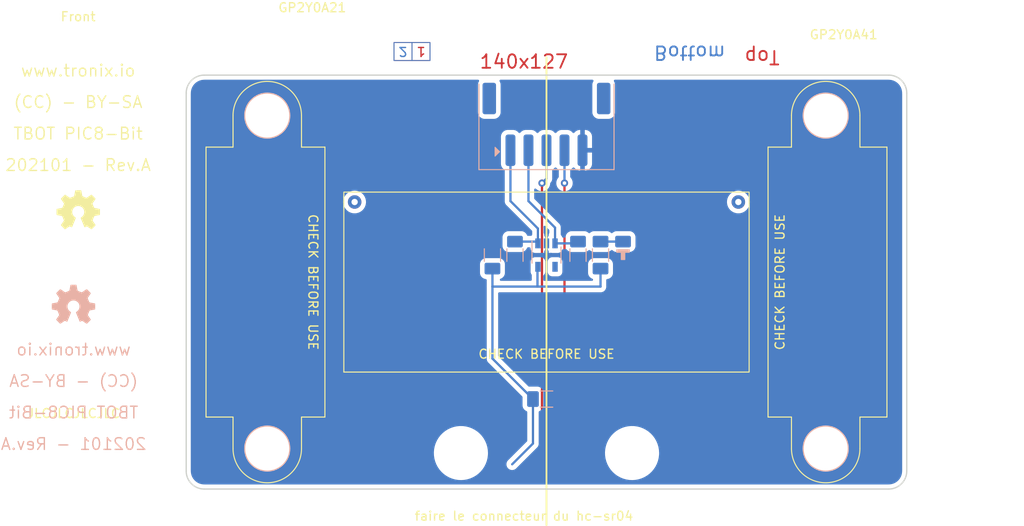
<source format=kicad_pcb>
(kicad_pcb (version 20210126) (generator pcbnew)
  (title_block (title "TBOT - Charger - 2x18650") (date "01/2021") (rev "A"))
  (layers (0 "F.Cu" signal) (31 "B.Cu" signal) (34 "B.Paste" user) (35 "F.Paste" user) (36 "B.SilkS" user "B.Silkscreen") (37 "F.SilkS" user "F.Silkscreen") (38 "B.Mask" user) (39 "F.Mask" user) (44 "Edge.Cuts" user))
  (net 0 "")
  (net 1 "GND")
  (net 2 "VCC")
  (net 3 "+5V")
  (net 4 "TRIGGER")
  (net 5 "ECHO")
  (net 6 "ENABLE")
  (net 7 "Net-(LED1-Pad2)")
  (footprint "tronixALL:M3-MASK" (layer "F.Cu") (at 149.5 146)
    (fp_text reference "H2" hide)
    (fp_text value "MOUNTING-HOLE-MASK-3MM" hide)
    (pad "" np_thru_hole circle (at 0 0) (size 3 3) (drill 3) (layers F&B.Cu *.Mask) (clearance 1.5))
  )
  (footprint "tronixALL:OSHW-5MM" (layer "F.Cu") (at 88 119)
    (fp_text reference "G***" hide)
    (fp_text value "LOGO" hide)
    (fp_poly (pts (xy 0.112503 -2.205305) (xy 0.188585 -2.204991) (xy 0.245175 -2.204139) (xy 0.285349 -2.202485) (xy 0.312183 -2.19976) (xy 0.328754 -2.195697) (xy 0.338137 -2.190029) (xy 0.343407 -2.182489) (xy 0.346067 -2.176502) (xy 0.351819 -2.155872) (xy 0.361219 -2.114019) (xy 0.373445 -2.054971) (xy 0.387673 -1.982754) (xy 0.403082 -1.901397) (xy 0.410766 -1.859685) (xy 0.426304 -1.776128) (xy 0.440921 -1.700487) (xy 0.453831 -1.636607) (xy 0.464245 -1.58833) (xy 0.471376 -1.559501) (xy 0.473495 -1.553524) (xy 0.487624 -1.543829) (xy 0.520987 -1.52669) (xy 0.568967 -1.504087) (xy 0.626948 -1.477998) (xy 0.690314 -1.450405) (xy 0.754449 -1.423285) (xy 0.814737 -1.398618) (xy 0.866561 -1.378383) (xy 0.905305 -1.36456) (xy 0.926354 -1.359128) (xy 0.92691 -1.359112) (xy 0.941518 -1.366107) (xy 0.97411 -1.385773) (xy 1.021624 -1.416127) (xy 1.080997 -1.455189) (xy 1.149167 -1.500978) (xy 1.204337 -1.538617) (xy 1.276991 -1.58813) (xy 1.343025 -1.632413) (xy 1.399403 -1.669487) (xy 1.443088 -1.697374) (xy 1.471043 -1.714097) (xy 1.47988 -1.718122) (xy 1.493641 -1.709282) (xy 1.521915 -1.684807) (xy 1.561669 -1.647768) (xy 1.609873 -1.601234) (xy 1.663495 -1.548276) (xy 1.719505 -1.491962) (xy 1.774871 -1.435363) (xy 1.826562 -1.381549) (xy 1.871548 -1.33359) (xy 1.906797 -1.294555) (xy 1.929278 -1.267514) (xy 1.936093 -1.256075) (xy 1.930212 -1.239792) (xy 1.912193 -1.207543) (xy 1.881475 -1.158462) (xy 1.837495 -1.091686) (xy 1.779689 -1.00635) (xy 1.707495 -0.901591) (xy 1.671879 -0.850344) (xy 1.638824 -0.80126) (xy 1.612148 -0.758563) (xy 1.594893 -0.727324) (xy 1.589904 -0.713655) (xy 1.594754 -0.697334) (xy 1.608013 -0.662128) (xy 1.62775 -0.612617) (xy 1.652031 -0.55338) (xy 1.678922 -0.488996) (xy 1.706491 -0.424047) (xy 1.732803 -0.363111) (xy 1.755927 -0.310768) (xy 1.773928 -0.271598) (xy 1.784874 -0.25018) (xy 1.786526 -0.247868) (xy 1.800495 -0.243726) (xy 1.836105 -0.235699) (xy 1.889773 -0.224522) (xy 1.957915 -0.210929) (xy 2.036948 -0.195656) (xy 2.090365 -0.185568) (xy 2.175183 -0.169544) (xy 2.252099 -0.15474) (xy 2.317349 -0.141901) (xy 2.367173 -0.131773) (xy 2.397809 -0.125104) (xy 2.405431 -0.123066) (xy 2.411063 -0.116814) (xy 2.415426 -0.101095) (xy 2.418668 -0.073197) (xy 2.420933 -0.030409) (xy 2.422366 0.02998) (xy 2.423114 0.110684) (xy 2.423321 0.210293) (xy 2.423202 0.310587) (xy 2.422711 0.388201) (xy 2.421649 0.446096) (xy 2.419816 0.487237) (xy 2.417013 0.514584) (xy 2.41304 0.531101) (xy 2.407697 0.53975) (xy 2.400883 0.543466) (xy 2.378661 0.548625) (xy 2.338314 0.556746) (xy 2.286985 0.566415) (xy 2.263049 0.570744) (xy 2.127407 0.595376) (xy 2.016332 0.616479) (xy 1.929018 0.634225) (xy 1.864656 0.64879) (xy 1.82244 0.660347) (xy 1.801562 0.66907) (xy 1.79987 0.670496) (xy 1.791465 0.686078) (xy 1.775685 0.720992) (xy 1.754362 0.770707) (xy 1.729327 0.830694) (xy 1.702414 0.896422) (xy 1.675454 0.96336) (xy 1.650281 1.026979) (xy 1.628726 1.082748) (xy 1.612622 1.126137) (xy 1.603801 1.152615) (xy 1.602692 1.157988) (xy 1.610028 1.172767) (xy 1.63143 1.207108) (xy 1.666036 1.259722) (xy 1.712983 1.329322) (xy 1.771408 1.414621) (xy 1.840447 1.51433) (xy 1.867654 1.553391) (xy 1.897811 1.599113) (xy 1.921185 1.639288) (xy 1.934376 1.667841) (xy 1.936093 1.675677) (xy 1.927103 1.692014) (xy 1.901418 1.723855) (xy 1.860965 1.769075) (xy 1.807672 1.82555) (xy 1.743466 1.891154) (xy 1.71296 1.921664) (xy 1.643302 1.990709) (xy 1.589314 2.043494) (xy 1.548612 2.081971) (xy 1.518813 2.108091) (xy 1.497532 2.123805) (xy 1.482386 2.131066) (xy 1.470991 2.131825) (xy 1.460964 2.128033) (xy 1.460917 2.128008) (xy 1.441892 2.116253) (xy 1.405419 2.09234) (xy 1.355138 2.058707) (xy 1.294686 2.017792) (xy 1.227702 1.972033) (xy 1.210483 1.960205) (xy 1.143557 1.914694) (xy 1.083189 1.874607) (xy 1.032748 1.842104) (xy 0.995605 1.819344) (xy 0.975129 1.808488) (xy 0.972784 1.807875) (xy 0.955044 1.813477) (xy 0.920428 1.82855) (xy 0.874685 1.850498) (xy 0.843591 1.866246) (xy 0.794692 1.890329) (xy 0.754091 1.908142) (xy 0.727189 1.917434) (xy 0.719661 1.917874) (xy 0.71184 1.904564) (xy 0.695873 1.87093) (xy 0.673276 1.820398) (xy 0.645566 1.756397) (xy 0.614262 1.682354) (xy 0.595951 1.638326) (xy 0.555205 1.539832) (xy 0.509885 1.430374) (xy 0.463588 1.318629) (xy 0.419909 1.213275) (xy 0.382617 1.123407) (xy 0.352192 1.049365) (xy 0.325466 0.982847) (xy 0.303922 0.927668) (xy 0.289044 0.887646) (xy 0.282318 0.866596) (xy 0.28208 0.86489) (xy 0.291868 0.850064) (xy 0.317767 0.825757) (xy 0.354572 0.796754) (xy 0.362216 0.791216) (xy 0.47362 0.699405) (xy 0.560778 0.600114) (xy 0.624272 0.492284) (xy 0.664684 0.374854) (xy 0.682594 0.246763) (xy 0.683668 0.205149) (xy 0.672966 0.079705) (xy 0.639876 -0.035509) (xy 0.583362 -0.143051) (xy 0.502387 -0.245478) (xy 0.500128 -0.247901) (xy 0.404266 -0.332655) (xy 0.297367 -0.395917) (xy 0.182586 -0.437559) (xy 0.063074 -0.45745) (xy -0.058015 -0.455461) (xy -0.177529 -0.431461) (xy -0.292317 -0.38532) (xy -0.399224 -0.316909) (xy -0.435557 -0.286461) (xy -0.524789 -0.19034) (xy -0.590858 -0.083248) (xy -0.63358 0.034398) (xy -0.65277 0.162186) (xy -0.653912 0.203806) (xy -0.64477 0.331905) (xy -0.616397 0.446756) (xy -0.567372 0.551025) (xy -0.496276 0.647379) (xy -0.401689 0.738486) (xy -0.345898 0.782346) (xy -0.305473 0.814275) (xy -0.274554 0.84243) (xy -0.257973 0.862253) (xy -0.256436 0.866724) (xy -0.261189 0.882472) (xy -0.274692 0.919019) (xy -0.295811 0.973504) (xy -0.323413 1.043065) (xy -0.356365 1.124837) (xy -0.393532 1.21596) (xy -0.424781 1.291835) (xy -0.466473 1.392714) (xy -0.506757 1.490316) (xy -0.54414 1.581016) (xy -0.57713 1.661187) (xy -0.604234 1.727202) (xy -0.623959 1.775436) (xy -0.631922 1.795053) (xy -0.656173 1.85428) (xy -0.675445 1.89208) (xy -0.695005 1.910535) (xy -0.720119 1.911726) (xy -0.756055 1.897735) (xy -0.80808 1.870643) (xy -0.814523 1.867212) (xy -0.863833 1.841835) (xy -0.905672 1.821875) (xy -0.934272 1.810004) (xy -0.942679 1.807875) (xy -0.957624 1.814831) (xy -0.990452 1.834339) (xy -1.037961 1.864353) (xy -1.096948 1.902829) (xy -1.164211 1.947723) (xy -1.20379 1.974558) (xy -1.273782 2.022017) (xy -1.336742 2.064219) (xy -1.389581 2.099132) (xy -1.429212 2.124728) (xy -1.452547 2.138976) (xy -1.457362 2.141242) (xy -1.468597 2.132572) (xy -1.495354 2.108206) (xy -1.53505 2.070611) (xy -1.585104 2.022252) (xy -1.642932 1.965596) (xy -1.688443 1.920545) (xy -1.754363 1.854061) (xy -1.811428 1.794627) (xy -1.857492 1.744605) (xy -1.890411 1.706358) (xy -1.908038 1.682247) (xy -1.910449 1.676115) (xy -1.903342 1.656709) (xy -1.88402 1.621725) (xy -1.855484 1.576225) (xy -1.822794 1.528185) (xy -1.761853 1.44109) (xy -1.706889 1.361082) (xy -1.659529 1.29063) (xy -1.621397 1.232204) (xy -1.594118 1.188276) (xy -1.579316 1.161316) (xy -1.577082 1.154608) (xy -1.581837 1.136716) (xy -1.594857 1.099854) (xy -1.614275 1.048609) (xy -1.638222 0.987568) (xy -1.664831 0.921316) (xy -1.692235 0.854442) (xy -1.718566 0.791531) (xy -1.741957 0.737171) (xy -1.76054 0.695948) (xy -1.772447 0.672449) (xy -1.774702 0.66925) (xy -1.791569 0.66222) (xy -1.829891 0.651729) (xy -1.885847 0.638647) (xy -1.955617 0.623842) (xy -2.035381 0.608183) (xy -2.07828 0.60022) (xy -2.161621 0.584627) (xy -2.236906 0.569745) (xy -2.300315 0.556391) (xy -2.348033 0.545387) (xy -2.37624 0.537551) (xy -2.381867 0.535051) (xy -2.387099 0.524908) (xy -2.390991 0.502231) (xy -2.393638 0.46456) (xy -2.395134 0.409435) (xy -2.395573 0.334397) (xy -2.39505 0.236985) (xy -2.394689 0.200194) (xy -2.391267 -0.121807) (xy -2.282282 -0.143659) (xy -2.229898 -0.153965) (xy -2.160108 -0.167419) (xy -2.080727 -0.182526) (xy -1.999569 -0.197795) (xy -1.970053 -0.203298) (xy -1.900658 -0.216734) (xy -1.840162 -0.229455) (xy -1.793065 -0.240437) (xy -1.763866 -0.248652) (xy -1.756665 -0.251967) (xy -1.746988 -0.268752) (xy -1.729936 -0.304533) (xy -1.707477 -0.354612) (xy -1.681582 -0.414291) (xy -1.654218 -0.478872) (xy -1.627353 -0.543658) (xy -1.602957 -0.60395) (xy -1.582998 -0.65505) (xy -1.569445 -0.692261) (xy -1.564266 -0.710885) (xy -1.564261 -0.711124) (xy -1.571273 -0.727773) (xy -1.590937 -0.762151) (xy -1.621195 -0.810982) (xy -1.659988 -0.870991) (xy -1.705259 -0.938901) (xy -1.732615 -0.979077) (xy -1.780965 -1.050145) (xy -1.82446 -1.115201) (xy -1.860949 -1.170937) (xy -1.888284 -1.214046) (xy -1.904314 -1.24122) (xy -1.907531 -1.248169) (xy -1.904717 -1.261112) (xy -1.890381 -1.283286) (xy -1.863069 -1.316351) (xy -1.821325 -1.361969) (xy -1.763692 -1.421801) (xy -1.691232 -1.494988) (xy -1.628982 -1.55669) (xy -1.572135 -1.611849) (xy -1.523344 -1.657988) (xy -1.485263 -1.692627) (xy -1.460542 -1.713289) (xy -1.452414 -1.718122) (xy -1.437782 -1.711105) (xy -1.405251 -1.6914) (xy -1.357928 -1.661025) (xy -1.298923 -1.621998) (xy -1.231343 -1.576338) (xy -1.183018 -1.543181) (xy -1.111112 -1.493886) (xy -1.04544 -1.44951) (xy -0.989183 -1.41215) (xy -0.945519 -1.383901) (xy -0.917627 -1.36686) (xy -0.90944 -1.362781) (xy -0.891885 -1.365776) (xy -0.855505 -1.377082) (xy -0.805012 -1.394838) (xy -0.745121 -1.417183) (xy -0.680546 -1.442257) (xy -0.616001 -1.468199) (xy -0.5562 -1.493147) (xy -0.505857 -1.515243) (xy -0.469686 -1.532623) (xy -0.45278 -1.543038) (xy -0.446293 -1.559308) (xy -0.436108 -1.597206) (xy -0.423041 -1.653118) (xy -0.407909 -1.723429) (xy -0.391528 -1.804525) (xy -0.378917 -1.870225) (xy -0.362481 -1.956759) (xy -0.347254 -2.035011) (xy -0.333961 -2.101421) (xy -0.323321 -2.152432) (xy -0.316058 -2.184486) (xy -0.31324 -2.193976) (xy -0.299005 -2.197095) (xy -0.262664 -2.199887) (xy -0.207755 -2.20223) (xy -0.137813 -2.204) (xy -0.056376 -2.205075) (xy 0.013853 -2.205351)) (layer "F.SilkS") (width 0) (fill solid))
  )
  (footprint "tronixALL:SHARP-GP2Y0A21" (layer "F.Cu") (at 109 127 -90)
    (fp_text reference "IR1" hide)
    (fp_text value "SHARP-GP2Y0A21")
    (fp_text user "CHECK BEFORE USE" (at 0 -5.08 -90 unlocked) (layer "F.SilkS"))
    (fp_circle (center 18.5 0) (end 21 0) (layer "B.SilkS") (width 0.12) (fill none))
    (fp_circle (center -18.5 0) (end -16 0) (layer "B.SilkS") (width 0.12) (fill none))
    (fp_line (start -15 -3.8) (end -18.5 -3.8) (layer "F.SilkS") (width 0.12))
    (fp_line (start 15 -3.8) (end 15 -6.4) (layer "F.SilkS") (width 0.12))
    (fp_line (start 15 6.8) (end 15 3.8) (layer "F.SilkS") (width 0.12))
    (fp_line (start -15 -6.4) (end 15 -6.4) (layer "F.SilkS") (width 0.12))
    (fp_line (start 18.5 -3.8) (end 15 -3.8) (layer "F.SilkS") (width 0.12))
    (fp_line (start 15 3.8) (end 18.5 3.8) (layer "F.SilkS") (width 0.12))
    (fp_line (start -18.5 3.8) (end -15 3.8) (layer "F.SilkS") (width 0.12))
    (fp_line (start -15 6.8) (end 15 6.8) (layer "F.SilkS") (width 0.12))
    (fp_line (start -15 3.8) (end -15 6.8) (layer "F.SilkS") (width 0.12))
    (fp_line (start -15 -6.4) (end -15 -3.8) (layer "F.SilkS") (width 0.12))
    (fp_arc (start 18.5 0) (end 18.5 3.8) (angle -180) (layer "F.SilkS") (width 0.12))
    (fp_arc (start -18.5 0) (end -18.5 3.8) (angle 180) (layer "F.SilkS") (width 0.12))
    (pad "" np_thru_hole circle (at -18.5 0 270) (size 3 3) (drill 3) (layers F&B.Cu *.Mask) (clearance 1))
    (pad "" np_thru_hole circle (at 18.5 0 270) (size 3 3) (drill 3) (layers F&B.Cu *.Mask) (clearance 1))
  )
  (footprint "tronixALL:M3-MASK" (layer "F.Cu") (at 130.5 146)
    (fp_text reference "H1" hide)
    (fp_text value "MOUNTING-HOLE-MASK-3MM" hide)
    (pad "" np_thru_hole circle (at 0 0) (size 3 3) (drill 3) (layers F&B.Cu *.Mask) (clearance 1.5))
  )
  (footprint "tronixALL:SHARP-GP2Y0A21" (layer "F.Cu") (at 171 127 90)
    (fp_text reference "IR2" hide)
    (fp_text value "SHARP-GP2Y0A41")
    (fp_text user "CHECK BEFORE USE" (at 0 -5.08 90 unlocked) (layer "F.SilkS"))
    (fp_circle (center -18.5 0) (end -16 0) (layer "B.SilkS") (width 0.12) (fill none))
    (fp_circle (center 18.5 0) (end 21 0) (layer "B.SilkS") (width 0.12) (fill none))
    (fp_line (start 18.5 -3.8) (end 15 -3.8) (layer "F.SilkS") (width 0.12))
    (fp_line (start -18.5 3.8) (end -15 3.8) (layer "F.SilkS") (width 0.12))
    (fp_line (start -15 -3.8) (end -18.5 -3.8) (layer "F.SilkS") (width 0.12))
    (fp_line (start -15 6.8) (end 15 6.8) (layer "F.SilkS") (width 0.12))
    (fp_line (start 15 -3.8) (end 15 -6.4) (layer "F.SilkS") (width 0.12))
    (fp_line (start 15 6.8) (end 15 3.8) (layer "F.SilkS") (width 0.12))
    (fp_line (start -15 3.8) (end -15 6.8) (layer "F.SilkS") (width 0.12))
    (fp_line (start 15 3.8) (end 18.5 3.8) (layer "F.SilkS") (width 0.12))
    (fp_line (start -15 -6.4) (end -15 -3.8) (layer "F.SilkS") (width 0.12))
    (fp_line (start -15 -6.4) (end 15 -6.4) (layer "F.SilkS") (width 0.12))
    (fp_arc (start 18.5 0) (end 18.5 3.8) (angle -180) (layer "F.SilkS") (width 0.12))
    (fp_arc (start -18.5 0) (end -18.5 3.8) (angle 180) (layer "F.SilkS") (width 0.12))
    (pad "" np_thru_hole circle (at -18.5 0 90) (size 3 3) (drill 3) (layers F&B.Cu *.Mask) (clearance 1))
    (pad "" np_thru_hole circle (at 18.5 0 90) (size 3 3) (drill 3) (layers F&B.Cu *.Mask) (clearance 1))
  )
  (footprint "tronixALL:HC-SR04" (layer "F.Cu") (at 140 127)
    (fp_text reference "HC1" hide)
    (fp_text value "HC-SR04")
    (fp_text user "CHECK BEFORE USE" (at 0 8 unlocked) (layer "F.SilkS"))
    (fp_rect (start -22.5 10) (end 22.5 -10) (layer "F.SilkS") (width 0.12) (fill none))
    (pad "MP" thru_hole circle (at -21.3 -8.9) (size 1.5 1.5) (drill 0.7) (layers *.Cu *.Mask))
    (pad "MP" thru_hole circle (at 21.3 -8.9) (size 1.5 1.5) (drill 0.7) (layers *.Cu *.Mask))
  )
  (footprint "tronixALL:CAPACITOR_1206" (layer "B.Cu") (at 136.5 124 -90)
    (fp_text reference "C1" hide)
    (fp_text value "C")
    (fp_line (start -0.7 -0.9) (end 0.7 -0.9) (layer "B.SilkS") (width 0.12))
    (fp_line (start -0.7 0.9) (end 0.7 0.9) (layer "B.SilkS") (width 0.12))
    (pad "1" smd roundrect (at -1.5 0 270) (size 1.3 1.75) (layers "B.Cu" "B.Paste" "B.Mask") (roundrect_rratio 0.154) (net 2 "VCC"))
    (pad "2" smd roundrect (at 1.5 0 270) (size 1.3 1.75) (layers "B.Cu" "B.Paste" "B.Mask") (roundrect_rratio 0.154) (net 1 "GND"))
  )
  (footprint "tronixALL:RESISTOR_1206" (layer "B.Cu") (at 146 124 90)
    (fp_text reference "R2" hide)
    (fp_text value "R")
    (fp_line (start -0.7 -0.9) (end 0.7 -0.9) (layer "B.SilkS") (width 0.12))
    (fp_line (start -0.7 0.9) (end 0.7 0.9) (layer "B.SilkS") (width 0.12))
    (pad "1" smd roundrect (at -1.5 0 90) (size 1.3 1.75) (layers "B.Cu" "B.Paste" "B.Mask") (roundrect_rratio 0.154) (net 3 "+5V"))
    (pad "2" smd roundrect (at 1.5 0 90) (size 1.3 1.75) (layers "B.Cu" "B.Paste" "B.Mask") (roundrect_rratio 0.154) (net 7 "Net-(LED1-Pad2)"))
  )
  (footprint "tronixALL:CAPACITOR_1206" (layer "B.Cu") (at 140 140)
    (fp_text reference "C3" hide)
    (fp_text value "C")
    (fp_line (start -0.7 0.9) (end 0.7 0.9) (layer "B.SilkS") (width 0.12))
    (fp_line (start -0.7 -0.9) (end 0.7 -0.9) (layer "B.SilkS") (width 0.12))
    (pad "1" smd roundrect (at -1.5 0) (size 1.3 1.75) (layers "B.Cu" "B.Paste" "B.Mask") (roundrect_rratio 0.154))
    (pad "2" smd roundrect (at 1.5 0) (size 1.3 1.75) (layers "B.Cu" "B.Paste" "B.Mask") (roundrect_rratio 0.154) (net 1 "GND"))
  )
  (footprint "tronixALL:RESISTOR_1206" (layer "B.Cu") (at 143.5 124 -90)
    (fp_text reference "R1" hide)
    (fp_text value "R")
    (fp_line (start -0.7 -0.9) (end 0.7 -0.9) (layer "B.SilkS") (width 0.12))
    (fp_line (start -0.7 0.9) (end 0.7 0.9) (layer "B.SilkS") (width 0.12))
    (pad "1" smd roundrect (at -1.5 0 270) (size 1.3 1.75) (layers "B.Cu" "B.Paste" "B.Mask") (roundrect_rratio 0.154) (net 6 "ENABLE"))
    (pad "2" smd roundrect (at 1.5 0 270) (size 1.3 1.75) (layers "B.Cu" "B.Paste" "B.Mask") (roundrect_rratio 0.154) (net 1 "GND"))
  )
  (footprint "tronixALL:SOT-23-5" (layer "B.Cu") (at 140 124 -90)
    (fp_text reference "IC1" hide)
    (fp_text value "MCP1755-SOT23")
    (fp_line (start 0.9 1.61) (end -1.55 1.61) (layer "B.SilkS") (width 0.12))
    (fp_line (start -0.9 -1.61) (end 0.9 -1.61) (layer "B.SilkS") (width 0.12))
    (pad "1" smd rect (at -1.3 0.95 270) (size 1.1 0.6) (layers "B.Cu" "B.Paste" "B.Mask") (net 2 "VCC"))
    (pad "2" smd rect (at -1.3 0 270) (size 1.1 0.6) (layers "B.Cu" "B.Paste" "B.Mask") (net 1 "GND"))
    (pad "3" smd rect (at -1.3 -0.95 270) (size 1.1 0.6) (layers "B.Cu" "B.Paste" "B.Mask") (net 6 "ENABLE"))
    (pad "4" smd rect (at 1.3 -0.95 270) (size 1.1 0.6) (layers "B.Cu" "B.Paste" "B.Mask"))
    (pad "5" smd rect (at 1.3 0.95 270) (size 1.1 0.6) (layers "B.Cu" "B.Paste" "B.Mask") (net 3 "+5V"))
  )
  (footprint "tronixALL:CAPACITOR_1206" (layer "B.Cu") (at 134 124 90)
    (fp_text reference "C2" hide)
    (fp_text value "C")
    (fp_line (start -0.7 0.9) (end 0.7 0.9) (layer "B.SilkS") (width 0.12))
    (fp_line (start -0.7 -0.9) (end 0.7 -0.9) (layer "B.SilkS") (width 0.12))
    (pad "1" smd roundrect (at -1.5 0 90) (size 1.3 1.75) (layers "B.Cu" "B.Paste" "B.Mask") (roundrect_rratio 0.154) (net 3 "+5V"))
    (pad "2" smd roundrect (at 1.5 0 90) (size 1.3 1.75) (layers "B.Cu" "B.Paste" "B.Mask") (roundrect_rratio 0.154) (net 1 "GND"))
  )
  (footprint "tronixALL:JST-S5B-PH-SM4-TB" (layer "B.Cu") (at 140 109.5)
    (fp_text reference "K1" hide)
    (fp_text value "JST-PH-S5B-SM4-TB")
    (fp_line (start -7.5 -4.5) (end -7.5 5) (layer "B.SilkS") (width 0.12))
    (fp_line (start -7.5 5) (end 7.5 5) (layer "B.SilkS") (width 0.12))
    (fp_line (start 7.5 5) (end 7.5 -4.5) (layer "B.SilkS") (width 0.12))
    (fp_poly (pts (xy -5.21 3.01) (xy -5.71 2.51) (xy -5.71 3.51)) (layer "B.SilkS") (width 0.1) (fill solid))
    (pad "1" smd roundrect (at -4 2.85) (size 1.1 3.5) (layers "B.Cu" "B.Paste" "B.Mask") (net 2 "VCC"))
    (pad "2" smd roundrect (at -2 2.85) (size 1.1 3.5) (layers "B.Cu" "B.Paste" "B.Mask") (net 6 "ENABLE"))
    (pad "3" smd roundrect (at 0 2.85) (size 1.1 3.5) (layers "B.Cu" "B.Paste" "B.Mask"))
    (pad "4" smd roundrect (at 2 2.85) (size 1.1 3.5) (layers "B.Cu" "B.Paste" "B.Mask"))
    (pad "5" smd roundrect (at 4 2.85) (size 1.1 3.5) (layers "B.Cu" "B.Paste" "B.Mask") (net 1 "GND"))
    (pad "MP" smd roundrect (at 6.35 -2.9) (size 1.5 3.5) (layers "B.Cu" "B.Paste" "B.Mask") (roundrect_rratio 0.167))
    (pad "MP" smd roundrect (at -6.35 -2.9) (size 1.5 3.5) (layers "B.Cu" "B.Paste" "B.Mask") (roundrect_rratio 0.167))
  )
  (footprint "tronixALL:LED_1206" (layer "B.Cu") (at 148.5 124 90)
    (fp_text reference "LED1" hide)
    (fp_text value "LED")
    (fp_poly (pts (xy 0.6 -0.7) (xy 0.3 -0.7) (xy 0.3 -0.2) (xy -0.5 -0.2) (xy -0.5 0.2) (xy 0.3 0.2) (xy 0.3 0.7) (xy 0.6 0.7)) (layer "B.SilkS") (width 0.1) (fill solid))
    (pad "1" smd roundrect (at -1.5 0 90) (size 1.3 1.75) (layers "B.Cu" "B.Paste" "B.Mask") (roundrect_rratio 0.154) (net 1 "GND"))
    (pad "2" smd roundrect (at 1.5 0 90) (size 1.3 1.75) (layers "B.Cu" "B.Paste" "B.Mask") (roundrect_rratio 0.154) (net 7 "Net-(LED1-Pad2)"))
  )
  (footprint "tronixALL:OSHW-5MM" (layer "B.Cu") (at 87.5 129.5 180)
    (fp_text reference "G***" hide)
    (fp_text value "LOGO" hide)
    (fp_poly (pts (xy 0.112503 2.205305) (xy 0.188585 2.204991) (xy 0.245175 2.204139) (xy 0.285349 2.202485) (xy 0.312183 2.19976) (xy 0.328754 2.195697) (xy 0.338137 2.190029) (xy 0.343407 2.182489) (xy 0.346067 2.176502) (xy 0.351819 2.155872) (xy 0.361219 2.114019) (xy 0.373445 2.054971) (xy 0.387673 1.982754) (xy 0.403082 1.901397) (xy 0.410766 1.859685) (xy 0.426304 1.776128) (xy 0.440921 1.700487) (xy 0.453831 1.636607) (xy 0.464245 1.58833) (xy 0.471376 1.559501) (xy 0.473495 1.553524) (xy 0.487624 1.543829) (xy 0.520987 1.52669) (xy 0.568967 1.504087) (xy 0.626948 1.477998) (xy 0.690314 1.450405) (xy 0.754449 1.423285) (xy 0.814737 1.398618) (xy 0.866561 1.378383) (xy 0.905305 1.36456) (xy 0.926354 1.359128) (xy 0.92691 1.359112) (xy 0.941518 1.366107) (xy 0.97411 1.385773) (xy 1.021624 1.416127) (xy 1.080997 1.455189) (xy 1.149167 1.500978) (xy 1.204337 1.538617) (xy 1.276991 1.58813) (xy 1.343025 1.632413) (xy 1.399403 1.669487) (xy 1.443088 1.697374) (xy 1.471043 1.714097) (xy 1.47988 1.718122) (xy 1.493641 1.709282) (xy 1.521915 1.684807) (xy 1.561669 1.647768) (xy 1.609873 1.601234) (xy 1.663495 1.548276) (xy 1.719505 1.491962) (xy 1.774871 1.435363) (xy 1.826562 1.381549) (xy 1.871548 1.33359) (xy 1.906797 1.294555) (xy 1.929278 1.267514) (xy 1.936093 1.256075) (xy 1.930212 1.239792) (xy 1.912193 1.207543) (xy 1.881475 1.158462) (xy 1.837495 1.091686) (xy 1.779689 1.00635) (xy 1.707495 0.901591) (xy 1.671879 0.850344) (xy 1.638824 0.80126) (xy 1.612148 0.758563) (xy 1.594893 0.727324) (xy 1.589904 0.713655) (xy 1.594754 0.697334) (xy 1.608013 0.662128) (xy 1.62775 0.612617) (xy 1.652031 0.55338) (xy 1.678922 0.488996) (xy 1.706491 0.424047) (xy 1.732803 0.363111) (xy 1.755927 0.310768) (xy 1.773928 0.271598) (xy 1.784874 0.25018) (xy 1.786526 0.247868) (xy 1.800495 0.243726) (xy 1.836105 0.235699) (xy 1.889773 0.224522) (xy 1.957915 0.210929) (xy 2.036948 0.195656) (xy 2.090365 0.185568) (xy 2.175183 0.169544) (xy 2.252099 0.15474) (xy 2.317349 0.141901) (xy 2.367173 0.131773) (xy 2.397809 0.125104) (xy 2.405431 0.123066) (xy 2.411063 0.116814) (xy 2.415426 0.101095) (xy 2.418668 0.073197) (xy 2.420933 0.030409) (xy 2.422366 -0.02998) (xy 2.423114 -0.110684) (xy 2.423321 -0.210293) (xy 2.423202 -0.310587) (xy 2.422711 -0.388201) (xy 2.421649 -0.446096) (xy 2.419816 -0.487237) (xy 2.417013 -0.514584) (xy 2.41304 -0.531101) (xy 2.407697 -0.53975) (xy 2.400883 -0.543466) (xy 2.378661 -0.548625) (xy 2.338314 -0.556746) (xy 2.286985 -0.566415) (xy 2.263049 -0.570744) (xy 2.127407 -0.595376) (xy 2.016332 -0.616479) (xy 1.929018 -0.634225) (xy 1.864656 -0.64879) (xy 1.82244 -0.660347) (xy 1.801562 -0.66907) (xy 1.79987 -0.670496) (xy 1.791465 -0.686078) (xy 1.775685 -0.720992) (xy 1.754362 -0.770707) (xy 1.729327 -0.830694) (xy 1.702414 -0.896422) (xy 1.675454 -0.96336) (xy 1.650281 -1.026979) (xy 1.628726 -1.082748) (xy 1.612622 -1.126137) (xy 1.603801 -1.152615) (xy 1.602692 -1.157988) (xy 1.610028 -1.172767) (xy 1.63143 -1.207108) (xy 1.666036 -1.259722) (xy 1.712983 -1.329322) (xy 1.771408 -1.414621) (xy 1.840447 -1.51433) (xy 1.867654 -1.553391) (xy 1.897811 -1.599113) (xy 1.921185 -1.639288) (xy 1.934376 -1.667841) (xy 1.936093 -1.675677) (xy 1.927103 -1.692014) (xy 1.901418 -1.723855) (xy 1.860965 -1.769075) (xy 1.807672 -1.82555) (xy 1.743466 -1.891154) (xy 1.71296 -1.921664) (xy 1.643302 -1.990709) (xy 1.589314 -2.043494) (xy 1.548612 -2.081971) (xy 1.518813 -2.108091) (xy 1.497532 -2.123805) (xy 1.482386 -2.131066) (xy 1.470991 -2.131825) (xy 1.460964 -2.128033) (xy 1.460917 -2.128008) (xy 1.441892 -2.116253) (xy 1.405419 -2.09234) (xy 1.355138 -2.058707) (xy 1.294686 -2.017792) (xy 1.227702 -1.972033) (xy 1.210483 -1.960205) (xy 1.143557 -1.914694) (xy 1.083189 -1.874607) (xy 1.032748 -1.842104) (xy 0.995605 -1.819344) (xy 0.975129 -1.808488) (xy 0.972784 -1.807875) (xy 0.955044 -1.813477) (xy 0.920428 -1.82855) (xy 0.874685 -1.850498) (xy 0.843591 -1.866246) (xy 0.794692 -1.890329) (xy 0.754091 -1.908142) (xy 0.727189 -1.917434) (xy 0.719661 -1.917874) (xy 0.71184 -1.904564) (xy 0.695873 -1.87093) (xy 0.673276 -1.820398) (xy 0.645566 -1.756397) (xy 0.614262 -1.682354) (xy 0.595951 -1.638326) (xy 0.555205 -1.539832) (xy 0.509885 -1.430374) (xy 0.463588 -1.318629) (xy 0.419909 -1.213275) (xy 0.382617 -1.123407) (xy 0.352192 -1.049365) (xy 0.325466 -0.982847) (xy 0.303922 -0.927668) (xy 0.289044 -0.887646) (xy 0.282318 -0.866596) (xy 0.28208 -0.86489) (xy 0.291868 -0.850064) (xy 0.317767 -0.825757) (xy 0.354572 -0.796754) (xy 0.362216 -0.791216) (xy 0.47362 -0.699405) (xy 0.560778 -0.600114) (xy 0.624272 -0.492284) (xy 0.664684 -0.374854) (xy 0.682594 -0.246763) (xy 0.683668 -0.205149) (xy 0.672966 -0.079705) (xy 0.639876 0.035509) (xy 0.583362 0.143051) (xy 0.502387 0.245478) (xy 0.500128 0.247901) (xy 0.404266 0.332655) (xy 0.297367 0.395917) (xy 0.182586 0.437559) (xy 0.063074 0.45745) (xy -0.058015 0.455461) (xy -0.177529 0.431461) (xy -0.292317 0.38532) (xy -0.399224 0.316909) (xy -0.435557 0.286461) (xy -0.524789 0.19034) (xy -0.590858 0.083248) (xy -0.63358 -0.034398) (xy -0.65277 -0.162186) (xy -0.653912 -0.203806) (xy -0.64477 -0.331905) (xy -0.616397 -0.446756) (xy -0.567372 -0.551025) (xy -0.496276 -0.647379) (xy -0.401689 -0.738486) (xy -0.345898 -0.782346) (xy -0.305473 -0.814275) (xy -0.274554 -0.84243) (xy -0.257973 -0.862253) (xy -0.256436 -0.866724) (xy -0.261189 -0.882472) (xy -0.274692 -0.919019) (xy -0.295811 -0.973504) (xy -0.323413 -1.043065) (xy -0.356365 -1.124837) (xy -0.393532 -1.21596) (xy -0.424781 -1.291835) (xy -0.466473 -1.392714) (xy -0.506757 -1.490316) (xy -0.54414 -1.581016) (xy -0.57713 -1.661187) (xy -0.604234 -1.727202) (xy -0.623959 -1.775436) (xy -0.631922 -1.795053) (xy -0.656173 -1.85428) (xy -0.675445 -1.89208) (xy -0.695005 -1.910535) (xy -0.720119 -1.911726) (xy -0.756055 -1.897735) (xy -0.80808 -1.870643) (xy -0.814523 -1.867212) (xy -0.863833 -1.841835) (xy -0.905672 -1.821875) (xy -0.934272 -1.810004) (xy -0.942679 -1.807875) (xy -0.957624 -1.814831) (xy -0.990452 -1.834339) (xy -1.037961 -1.864353) (xy -1.096948 -1.902829) (xy -1.164211 -1.947723) (xy -1.20379 -1.974558) (xy -1.273782 -2.022017) (xy -1.336742 -2.064219) (xy -1.389581 -2.099132) (xy -1.429212 -2.124728) (xy -1.452547 -2.138976) (xy -1.457362 -2.141242) (xy -1.468597 -2.132572) (xy -1.495354 -2.108206) (xy -1.53505 -2.070611) (xy -1.585104 -2.022252) (xy -1.642932 -1.965596) (xy -1.688443 -1.920545) (xy -1.754363 -1.854061) (xy -1.811428 -1.794627) (xy -1.857492 -1.744605) (xy -1.890411 -1.706358) (xy -1.908038 -1.682247) (xy -1.910449 -1.676115) (xy -1.903342 -1.656709) (xy -1.88402 -1.621725) (xy -1.855484 -1.576225) (xy -1.822794 -1.528185) (xy -1.761853 -1.44109) (xy -1.706889 -1.361082) (xy -1.659529 -1.29063) (xy -1.621397 -1.232204) (xy -1.594118 -1.188276) (xy -1.579316 -1.161316) (xy -1.577082 -1.154608) (xy -1.581837 -1.136716) (xy -1.594857 -1.099854) (xy -1.614275 -1.048609) (xy -1.638222 -0.987568) (xy -1.664831 -0.921316) (xy -1.692235 -0.854442) (xy -1.718566 -0.791531) (xy -1.741957 -0.737171) (xy -1.76054 -0.695948) (xy -1.772447 -0.672449) (xy -1.774702 -0.66925) (xy -1.791569 -0.66222) (xy -1.829891 -0.651729) (xy -1.885847 -0.638647) (xy -1.955617 -0.623842) (xy -2.035381 -0.608183) (xy -2.07828 -0.60022) (xy -2.161621 -0.584627) (xy -2.236906 -0.569745) (xy -2.300315 -0.556391) (xy -2.348033 -0.545387) (xy -2.37624 -0.537551) (xy -2.381867 -0.535051) (xy -2.387099 -0.524908) (xy -2.390991 -0.502231) (xy -2.393638 -0.46456) (xy -2.395134 -0.409435) (xy -2.395573 -0.334397) (xy -2.39505 -0.236985) (xy -2.394689 -0.200194) (xy -2.391267 0.121807) (xy -2.282282 0.143659) (xy -2.229898 0.153965) (xy -2.160108 0.167419) (xy -2.080727 0.182526) (xy -1.999569 0.197795) (xy -1.970053 0.203298) (xy -1.900658 0.216734) (xy -1.840162 0.229455) (xy -1.793065 0.240437) (xy -1.763866 0.248652) (xy -1.756665 0.251967) (xy -1.746988 0.268752) (xy -1.729936 0.304533) (xy -1.707477 0.354612) (xy -1.681582 0.414291) (xy -1.654218 0.478872) (xy -1.627353 0.543658) (xy -1.602957 0.60395) (xy -1.582998 0.65505) (xy -1.569445 0.692261) (xy -1.564266 0.710885) (xy -1.564261 0.711124) (xy -1.571273 0.727773) (xy -1.590937 0.762151) (xy -1.621195 0.810982) (xy -1.659988 0.870991) (xy -1.705259 0.938901) (xy -1.732615 0.979077) (xy -1.780965 1.050145) (xy -1.82446 1.115201) (xy -1.860949 1.170937) (xy -1.888284 1.214046) (xy -1.904314 1.24122) (xy -1.907531 1.248169) (xy -1.904717 1.261112) (xy -1.890381 1.283286) (xy -1.863069 1.316351) (xy -1.821325 1.361969) (xy -1.763692 1.421801) (xy -1.691232 1.494988) (xy -1.628982 1.55669) (xy -1.572135 1.611849) (xy -1.523344 1.657988) (xy -1.485263 1.692627) (xy -1.460542 1.713289) (xy -1.452414 1.718122) (xy -1.437782 1.711105) (xy -1.405251 1.6914) (xy -1.357928 1.661025) (xy -1.298923 1.621998) (xy -1.231343 1.576338) (xy -1.183018 1.543181) (xy -1.111112 1.493886) (xy -1.04544 1.44951) (xy -0.989183 1.41215) (xy -0.945519 1.383901) (xy -0.917627 1.36686) (xy -0.90944 1.362781) (xy -0.891885 1.365776) (xy -0.855505 1.377082) (xy -0.805012 1.394838) (xy -0.745121 1.417183) (xy -0.680546 1.442257) (xy -0.616001 1.468199) (xy -0.5562 1.493147) (xy -0.505857 1.515243) (xy -0.469686 1.532623) (xy -0.45278 1.543038) (xy -0.446293 1.559308) (xy -0.436108 1.597206) (xy -0.423041 1.653118) (xy -0.407909 1.723429) (xy -0.391528 1.804525) (xy -0.378917 1.870225) (xy -0.362481 1.956759) (xy -0.347254 2.035011) (xy -0.333961 2.101421) (xy -0.323321 2.152432) (xy -0.316058 2.184486) (xy -0.31324 2.193976) (xy -0.299005 2.197095) (xy -0.262664 2.199887) (xy -0.207755 2.20223) (xy -0.137813 2.204) (xy -0.056376 2.205075) (xy 0.013853 2.205351)) (layer "B.SilkS") (width 0) (fill solid))
  )
  (gr_rect (start 127.07 100.38) (end 123.07 102.38) (layer "F.Cu") (width 0.1) (fill none))
  (gr_line (start 125.07 100.38) (end 125.07 102.38) (layer "F.Cu") (width 0.1))
  (gr_line (start 125.07 100.38) (end 125.07 102.38) (layer "B.Cu") (width 0.1))
  (gr_rect (start 127.07 100.38) (end 123.07 102.38) (layer "B.Cu") (width 0.1) (fill none))
  (gr_line (start 140 102) (end 140 154) (layer "F.SilkS") (width 0.2))
  (gr_arc (start 101.999999 106) (end 100 106) (angle 90) (layer "Edge.Cuts") (width 0.15))
  (gr_arc (start 178 105.999999) (end 180 106) (angle -90) (layer "Edge.Cuts") (width 0.15))
  (gr_line (start 178 104) (end 102 104) (layer "Edge.Cuts") (width 0.15))
  (gr_line (start 100 106) (end 100 148) (layer "Edge.Cuts") (width 0.15))
  (gr_line (start 102 150) (end 178 150) (layer "Edge.Cuts") (width 0.15))
  (gr_line (start 180 148) (end 180 106) (layer "Edge.Cuts") (width 0.15))
  (gr_arc (start 178.000001 148) (end 180 148) (angle 90) (layer "Edge.Cuts") (width 0.15))
  (gr_arc (start 102 148.000001) (end 102 150) (angle 90) (layer "Edge.Cuts") (width 0.15))
  (gr_text "Top" (at 166 102 180) (layer "F.Cu") (effects (font (size 1.5 1.5) (thickness 0.2)) (justify left)))
  (gr_text "1" (at 126.07 101.38 180) (layer "F.Cu") (effects (font (size 1 1))))
  (gr_text "140x127\n" (at 137.5 102.5) (layer "F.Cu") (effects (font (size 1.5 1.5) (thickness 0.2))))
  (gr_text "2" (at 124.07 101.38 180) (layer "B.Cu") (effects (font (size 1 1)) (justify mirror)))
  (gr_text "Bottom" (at 160 101.5 180) (layer "B.Cu") (effects (font (size 1.5 1.5) (thickness 0.2)) (justify right mirror)))
  (gr_text "(CC) - BY-SA" (at 87.5 138) (layer "B.SilkS") (effects (font (size 1.3 1.3)) (justify mirror)))
  (gr_text "202101 - Rev.A" (at 87.5 145) (layer "B.SilkS") (effects (font (size 1.3 1.3)) (justify mirror)))
  (gr_text "TBOT PIC8-Bit" (at 87.5 141.5) (layer "B.SilkS") (effects (font (size 1.3 1.3)) (justify mirror)))
  (gr_text "www.tronix.io" (at 87.5 134.5) (layer "B.SilkS") (effects (font (size 1.3 1.3)) (justify mirror)))
  (gr_text "TBOT PIC8-Bit" (at 88 110.5) (layer "F.SilkS") (effects (font (size 1.3 1.3))))
  (gr_text "JLCJLCJLCJLC" (at 87.5 141.6) (layer "F.SilkS") (effects (font (size 1 1))))
  (gr_text "www.tronix.io" (at 88 103.5) (layer "F.SilkS") (effects (font (size 1.3 1.3))))
  (gr_text "202101 - Rev.A" (at 88 114) (layer "F.SilkS") (effects (font (size 1.3 1.3))))
  (gr_text "GP2Y0A41" (at 173 99.5) (layer "F.SilkS") (effects (font (size 1 1))))
  (gr_text "Front" (at 88 97.5) (layer "F.SilkS") (effects (font (size 1 1))))
  (gr_text "(CC) - BY-SA" (at 88 107) (layer "F.SilkS") (effects (font (size 1.3 1.3))))
  (gr_text "faire le connecteur du hc-sr04\n" (at 137.5 153) (layer "F.SilkS") (effects (font (size 1 1))))
  (gr_text "GP2Y0A21" (at 114 96.5) (layer "F.SilkS") (effects (font (size 1 1))))
  (segment (start 136 118) (end 139.05 121.05) (width 0.25) (layer "B.Cu") (net 2))
  (segment (start 136.5 122.5) (end 138.85 122.5) (width 0.25) (layer "B.Cu") (net 2))
  (segment (start 139.05 121.05) (end 139.05 122.7) (width 0.25) (layer "B.Cu") (net 2))
  (segment (start 138.85 122.5) (end 139.05 122.7) (width 0.25) (layer "B.Cu") (net 2))
  (segment (start 136 112.35) (end 136 118) (width 0.25) (layer "B.Cu") (net 2))
  (segment (start 139.05 125.3) (end 139 125.35) (width 0.25) (layer "B.Cu") (net 3))
  (segment (start 134 127.5) (end 134 125.5) (width 0.25) (layer "B.Cu") (net 3))
  (segment (start 139 125.25) (end 139.05 125.3) (width 0.25) (layer "B.Cu") (net 3))
  (segment (start 138.5 144.94) (end 136.19 147.25) (width 0.25) (layer "B.Cu") (net 3))
  (segment (start 134 135.5) (end 134 127.5) (width 0.25) (layer "B.Cu") (net 3))
  (segment (start 139 127.5) (end 134 127.5) (width 0.25) (layer "B.Cu") (net 3))
  (segment (start 138.5 140) (end 134 135.5) (width 0.25) (layer "B.Cu") (net 3))
  (segment (start 146 127.5) (end 139 127.5) (width 0.25) (layer "B.Cu") (net 3))
  (segment (start 138.5 140) (end 138.5 144.94) (width 0.25) (layer "B.Cu") (net 3))
  (segment (start 146 125.5) (end 146 127.5) (width 0.25) (layer "B.Cu") (net 3))
  (segment (start 139 125.35) (end 139 127.5) (width 0.25) (layer "B.Cu") (net 3))
  (segment (start 139.5 116) (end 139.5 146.48) (width 0.25) (layer "F.Cu") (net 4))
  (segment (start 139.5 146.48) (end 138.73 147.25) (width 0.25) (layer "F.Cu") (net 4))
  (via (at 139.5 116) (size 0.8) (drill 0.4) (layers "F.Cu" "B.Cu") (net 4))
  (segment (start 140 112.35) (end 140 115.5) (width 0.25) (layer "B.Cu") (net 4))
  (segment (start 140 115.5) (end 139.5 116) (width 0.25) (layer "B.Cu") (net 4))
  (segment (start 142 146.52) (end 141.27 147.25) (width 0.25) (layer "F.Cu") (net 5))
  (segment (start 142 116) (end 142 146.52) (width 0.25) (layer "F.Cu") (net 5))
  (via (at 142 116) (size 0.8) (drill 0.4) (layers "F.Cu" "B.Cu") (net 5))
  (segment (start 142 112.35) (end 142 116) (width 0.25) (layer "B.Cu") (net 5))
  (segment (start 140.95 120.95) (end 140.95 122.7) (width 0.25) (layer "B.Cu") (net 6))
  (segment (start 140.95 122.7) (end 143.3 122.7) (width 0.25) (layer "B.Cu") (net 6))
  (segment (start 143.3 122.7) (end 143.5 122.5) (width 0.25) (layer "B.Cu") (net 6))
  (segment (start 138 112.35) (end 138 118) (width 0.25) (layer "B.Cu") (net 6))
  (segment (start 138 118) (end 140.95 120.95) (width 0.25) (layer "B.Cu") (net 6))
  (segment (start 146 122.5) (end 148.5 122.5) (width 0.25) (layer "B.Cu") (net 7))
  (zone (net 1) (net_name "GND") (layer "B.Cu") (connect_pads (clearance 0.508)) (min_thickness 0.254) (fill yes (thermal_gap 0.508) (thermal_bridge_width 0.508))
    (polygon (pts (xy 180 150) (xy 100 150) (xy 100 104) (xy 180 104)))
  )
)
</source>
